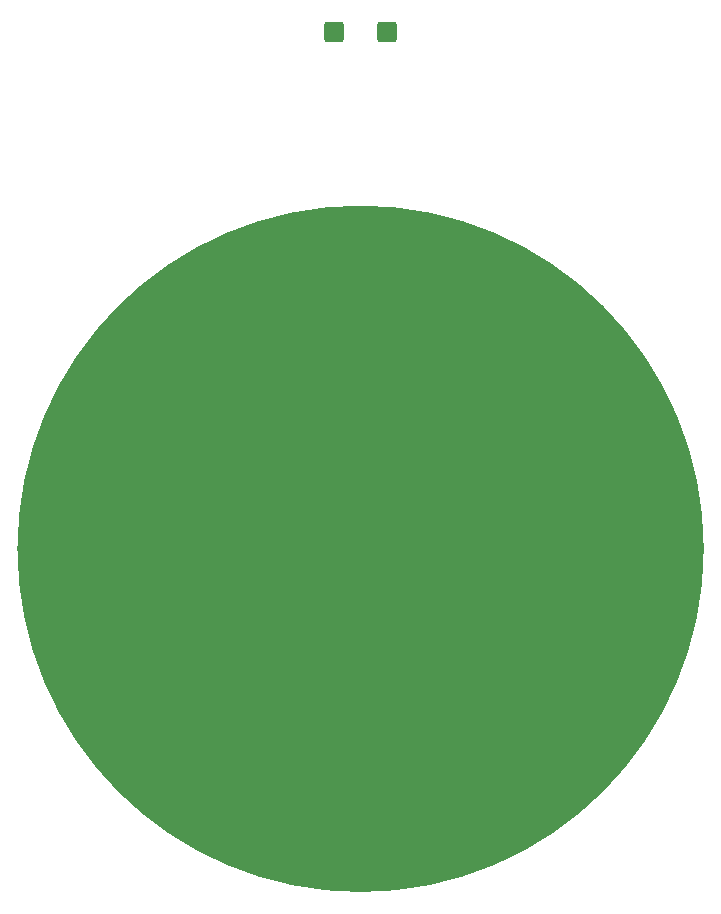
<source format=gbr>
%TF.GenerationSoftware,KiCad,Pcbnew,7.0.6*%
%TF.CreationDate,2024-02-05T15:04:15-06:00*%
%TF.ProjectId,TopProbeCard,546f7050-726f-4626-9543-6172642e6b69,rev?*%
%TF.SameCoordinates,Original*%
%TF.FileFunction,Soldermask,Bot*%
%TF.FilePolarity,Negative*%
%FSLAX46Y46*%
G04 Gerber Fmt 4.6, Leading zero omitted, Abs format (unit mm)*
G04 Created by KiCad (PCBNEW 7.0.6) date 2024-02-05 15:04:15*
%MOMM*%
%LPD*%
G01*
G04 APERTURE LIST*
G04 Aperture macros list*
%AMRoundRect*
0 Rectangle with rounded corners*
0 $1 Rounding radius*
0 $2 $3 $4 $5 $6 $7 $8 $9 X,Y pos of 4 corners*
0 Add a 4 corners polygon primitive as box body*
4,1,4,$2,$3,$4,$5,$6,$7,$8,$9,$2,$3,0*
0 Add four circle primitives for the rounded corners*
1,1,$1+$1,$2,$3*
1,1,$1+$1,$4,$5*
1,1,$1+$1,$6,$7*
1,1,$1+$1,$8,$9*
0 Add four rect primitives between the rounded corners*
20,1,$1+$1,$2,$3,$4,$5,0*
20,1,$1+$1,$4,$5,$6,$7,0*
20,1,$1+$1,$6,$7,$8,$9,0*
20,1,$1+$1,$8,$9,$2,$3,0*%
G04 Aperture macros list end*
%ADD10C,29.075000*%
%ADD11RoundRect,0.250000X-0.600000X-0.600000X0.600000X-0.600000X0.600000X0.600000X-0.600000X0.600000X0*%
G04 APERTURE END LIST*
D10*
X89537333Y-79999805D02*
G75*
G03*
X89537333Y-79999805I-14537500J0D01*
G01*
D11*
%TO.C,*%
X77250000Y-36224999D03*
%TD*%
%TO.C,*%
X72750000Y-36224999D03*
%TD*%
M02*

</source>
